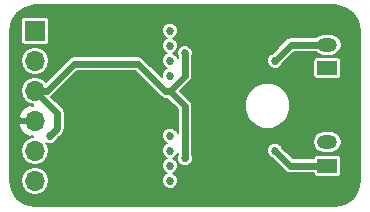
<source format=gbl>
%TF.GenerationSoftware,KiCad,Pcbnew,4.0.7*%
%TF.CreationDate,2018-05-06T15:52:37+02:00*%
%TF.ProjectId,MotorController,4D6F746F72436F6E74726F6C6C65722E,rev?*%
%TF.FileFunction,Copper,L2,Bot,Signal*%
%FSLAX46Y46*%
G04 Gerber Fmt 4.6, Leading zero omitted, Abs format (unit mm)*
G04 Created by KiCad (PCBNEW 4.0.7) date 05/06/18 15:52:37*
%MOMM*%
%LPD*%
G01*
G04 APERTURE LIST*
%ADD10C,0.100000*%
%ADD11R,1.700000X1.200000*%
%ADD12O,1.700000X1.200000*%
%ADD13R,1.700000X1.700000*%
%ADD14O,1.700000X1.700000*%
%ADD15C,0.685800*%
%ADD16C,0.600000*%
%ADD17C,0.150000*%
G04 APERTURE END LIST*
D10*
D11*
X27305000Y-13970000D03*
D12*
X27305000Y-11970000D03*
D11*
X27305000Y-5715000D03*
D12*
X27305000Y-3715000D03*
D13*
X2540000Y-2540000D03*
D14*
X2540000Y-5080000D03*
X2540000Y-7620000D03*
X2540000Y-10160000D03*
X2540000Y-12700000D03*
X2540000Y-15240000D03*
D15*
X13970000Y-15240000D03*
X13970000Y-12700000D03*
X13970000Y-6350000D03*
X13970000Y-3810000D03*
X13970000Y-13970000D03*
X13970000Y-11430000D03*
X13970000Y-5080000D03*
X13970000Y-2540000D03*
X15240000Y-4445000D03*
X15240000Y-13335000D03*
X3810000Y-11430000D03*
X9956800Y-16357600D03*
X15240000Y-1270000D03*
X9525000Y-1905000D03*
X22860000Y-5080000D03*
X22860000Y-12700000D03*
D16*
X13995400Y-7645400D02*
X13589000Y-7645400D01*
X3556000Y-7620000D02*
X2540000Y-7620000D01*
X5842000Y-5334000D02*
X3556000Y-7620000D01*
X11277600Y-5334000D02*
X5842000Y-5334000D01*
X13589000Y-7645400D02*
X11277600Y-5334000D01*
X13970000Y-7620000D02*
X13995400Y-7645400D01*
X13995400Y-7645400D02*
X15240000Y-8890000D01*
X13970000Y-7620000D02*
X15240000Y-6350000D01*
X15240000Y-6350000D02*
X15240000Y-4445000D01*
X15240000Y-8890000D02*
X15240000Y-13335000D01*
X4445000Y-9525000D02*
X2540000Y-7620000D01*
X4445000Y-10795000D02*
X4445000Y-9525000D01*
X3810000Y-11430000D02*
X4445000Y-10795000D01*
X13970000Y-1270000D02*
X15240000Y-1270000D01*
X10160000Y-1270000D02*
X13970000Y-1270000D01*
X9525000Y-1905000D02*
X10160000Y-1270000D01*
X27305000Y-3715000D02*
X24225000Y-3715000D01*
X24225000Y-3715000D02*
X22860000Y-5080000D01*
X24130000Y-13970000D02*
X27305000Y-13970000D01*
X22860000Y-12700000D02*
X24130000Y-13970000D01*
D17*
G36*
X28755943Y-570138D02*
X29447667Y-1032333D01*
X29909862Y-1724057D01*
X30080000Y-2579396D01*
X30080000Y-15200604D01*
X29909862Y-16055943D01*
X29447667Y-16747667D01*
X28755943Y-17209862D01*
X27900604Y-17380000D01*
X2579396Y-17380000D01*
X1724057Y-17209862D01*
X1032333Y-16747667D01*
X570138Y-16055943D01*
X407837Y-15240000D01*
X1337902Y-15240000D01*
X1427648Y-15691184D01*
X1683223Y-16073679D01*
X2065718Y-16329254D01*
X2516902Y-16419000D01*
X2563098Y-16419000D01*
X3014282Y-16329254D01*
X3396777Y-16073679D01*
X3652352Y-15691184D01*
X3742098Y-15240000D01*
X3652352Y-14788816D01*
X3396777Y-14406321D01*
X3014282Y-14150746D01*
X2563098Y-14061000D01*
X2516902Y-14061000D01*
X2065718Y-14150746D01*
X1683223Y-14406321D01*
X1427648Y-14788816D01*
X1337902Y-15240000D01*
X407837Y-15240000D01*
X400000Y-15200604D01*
X400000Y-9760789D01*
X1163730Y-9760789D01*
X1265256Y-9981000D01*
X2361000Y-9981000D01*
X2361000Y-9961000D01*
X2719000Y-9961000D01*
X2719000Y-9981000D01*
X2739000Y-9981000D01*
X2739000Y-10339000D01*
X2719000Y-10339000D01*
X2719000Y-10359000D01*
X2361000Y-10359000D01*
X2361000Y-10339000D01*
X1265256Y-10339000D01*
X1163730Y-10559211D01*
X1284534Y-10850894D01*
X1644494Y-11278749D01*
X2140787Y-11536285D01*
X2360998Y-11436042D01*
X2360998Y-11552011D01*
X2065718Y-11610746D01*
X1683223Y-11866321D01*
X1427648Y-12248816D01*
X1337902Y-12700000D01*
X1427648Y-13151184D01*
X1683223Y-13533679D01*
X2065718Y-13789254D01*
X2516902Y-13879000D01*
X2563098Y-13879000D01*
X3014282Y-13789254D01*
X3396777Y-13533679D01*
X3652352Y-13151184D01*
X3742098Y-12700000D01*
X3652352Y-12248816D01*
X3507393Y-12031869D01*
X3675765Y-12101783D01*
X3943063Y-12102016D01*
X4190103Y-11999941D01*
X4379277Y-11811098D01*
X4422475Y-11707065D01*
X4889770Y-11239770D01*
X5016639Y-11049897D01*
X5026120Y-11035708D01*
X5074000Y-10795000D01*
X5074000Y-9525000D01*
X5026120Y-9284292D01*
X4889770Y-9080230D01*
X3924963Y-8115423D01*
X4000770Y-8064770D01*
X6102540Y-5963000D01*
X11017060Y-5963000D01*
X13144230Y-8090170D01*
X13348292Y-8226520D01*
X13589000Y-8274400D01*
X13734860Y-8274400D01*
X14611000Y-9150540D01*
X14611000Y-11221873D01*
X14539941Y-11049897D01*
X14351098Y-10860723D01*
X14104235Y-10758217D01*
X13836937Y-10757984D01*
X13589897Y-10860059D01*
X13400723Y-11048902D01*
X13298217Y-11295765D01*
X13297984Y-11563063D01*
X13400059Y-11810103D01*
X13588902Y-11999277D01*
X13747266Y-12065035D01*
X13589897Y-12130059D01*
X13400723Y-12318902D01*
X13298217Y-12565765D01*
X13297984Y-12833063D01*
X13400059Y-13080103D01*
X13588902Y-13269277D01*
X13747266Y-13335035D01*
X13589897Y-13400059D01*
X13400723Y-13588902D01*
X13298217Y-13835765D01*
X13297984Y-14103063D01*
X13400059Y-14350103D01*
X13588902Y-14539277D01*
X13747266Y-14605035D01*
X13589897Y-14670059D01*
X13400723Y-14858902D01*
X13298217Y-15105765D01*
X13297984Y-15373063D01*
X13400059Y-15620103D01*
X13588902Y-15809277D01*
X13835765Y-15911783D01*
X14103063Y-15912016D01*
X14350103Y-15809941D01*
X14539277Y-15621098D01*
X14641783Y-15374235D01*
X14642016Y-15106937D01*
X14539941Y-14859897D01*
X14351098Y-14670723D01*
X14192734Y-14604965D01*
X14350103Y-14539941D01*
X14539277Y-14351098D01*
X14641783Y-14104235D01*
X14642016Y-13836937D01*
X14539941Y-13589897D01*
X14351098Y-13400723D01*
X14192734Y-13334965D01*
X14350103Y-13269941D01*
X14539277Y-13081098D01*
X14611000Y-12908369D01*
X14611000Y-13097732D01*
X14568217Y-13200765D01*
X14567984Y-13468063D01*
X14670059Y-13715103D01*
X14858902Y-13904277D01*
X15105765Y-14006783D01*
X15373063Y-14007016D01*
X15620103Y-13904941D01*
X15809277Y-13716098D01*
X15911783Y-13469235D01*
X15912016Y-13201937D01*
X15869000Y-13097830D01*
X15869000Y-12833063D01*
X22187984Y-12833063D01*
X22290059Y-13080103D01*
X22478902Y-13269277D01*
X22582935Y-13312475D01*
X23685230Y-14414770D01*
X23889292Y-14551120D01*
X24130000Y-14599000D01*
X26125012Y-14599000D01*
X26142496Y-14691920D01*
X26214550Y-14803896D01*
X26324493Y-14879017D01*
X26455000Y-14905445D01*
X28155000Y-14905445D01*
X28276920Y-14882504D01*
X28388896Y-14810450D01*
X28464017Y-14700507D01*
X28490445Y-14570000D01*
X28490445Y-13370000D01*
X28467504Y-13248080D01*
X28395450Y-13136104D01*
X28285507Y-13060983D01*
X28155000Y-13034555D01*
X26455000Y-13034555D01*
X26333080Y-13057496D01*
X26221104Y-13129550D01*
X26145983Y-13239493D01*
X26125428Y-13341000D01*
X24390540Y-13341000D01*
X23472544Y-12423004D01*
X23429941Y-12319897D01*
X23241098Y-12130723D01*
X22994235Y-12028217D01*
X22726937Y-12027984D01*
X22479897Y-12130059D01*
X22290723Y-12318902D01*
X22188217Y-12565765D01*
X22187984Y-12833063D01*
X15869000Y-12833063D01*
X15869000Y-11970000D01*
X26102902Y-11970000D01*
X26173618Y-12325513D01*
X26375000Y-12626902D01*
X26676389Y-12828284D01*
X27031902Y-12899000D01*
X27578098Y-12899000D01*
X27933611Y-12828284D01*
X28235000Y-12626902D01*
X28436382Y-12325513D01*
X28507098Y-11970000D01*
X28436382Y-11614487D01*
X28235000Y-11313098D01*
X27933611Y-11111716D01*
X27578098Y-11041000D01*
X27031902Y-11041000D01*
X26676389Y-11111716D01*
X26375000Y-11313098D01*
X26173618Y-11614487D01*
X26102902Y-11970000D01*
X15869000Y-11970000D01*
X15869000Y-9272018D01*
X20295666Y-9272018D01*
X20588720Y-9981263D01*
X21130883Y-10524373D01*
X21839615Y-10818664D01*
X22607018Y-10819334D01*
X23316263Y-10526280D01*
X23859373Y-9984117D01*
X24153664Y-9275385D01*
X24154334Y-8507982D01*
X23861280Y-7798737D01*
X23319117Y-7255627D01*
X22610385Y-6961336D01*
X21842982Y-6960666D01*
X21133737Y-7253720D01*
X20590627Y-7795883D01*
X20296336Y-8504615D01*
X20295666Y-9272018D01*
X15869000Y-9272018D01*
X15869000Y-8890000D01*
X15821120Y-8649292D01*
X15684770Y-8445230D01*
X14859540Y-7620000D01*
X15684770Y-6794770D01*
X15821120Y-6590708D01*
X15869000Y-6350000D01*
X15869000Y-5213063D01*
X22187984Y-5213063D01*
X22290059Y-5460103D01*
X22478902Y-5649277D01*
X22725765Y-5751783D01*
X22993063Y-5752016D01*
X23240103Y-5649941D01*
X23429277Y-5461098D01*
X23472475Y-5357065D01*
X23714540Y-5115000D01*
X26119555Y-5115000D01*
X26119555Y-6315000D01*
X26142496Y-6436920D01*
X26214550Y-6548896D01*
X26324493Y-6624017D01*
X26455000Y-6650445D01*
X28155000Y-6650445D01*
X28276920Y-6627504D01*
X28388896Y-6555450D01*
X28464017Y-6445507D01*
X28490445Y-6315000D01*
X28490445Y-5115000D01*
X28467504Y-4993080D01*
X28395450Y-4881104D01*
X28285507Y-4805983D01*
X28155000Y-4779555D01*
X26455000Y-4779555D01*
X26333080Y-4802496D01*
X26221104Y-4874550D01*
X26145983Y-4984493D01*
X26119555Y-5115000D01*
X23714540Y-5115000D01*
X24485541Y-4344000D01*
X26356356Y-4344000D01*
X26375000Y-4371902D01*
X26676389Y-4573284D01*
X27031902Y-4644000D01*
X27578098Y-4644000D01*
X27933611Y-4573284D01*
X28235000Y-4371902D01*
X28436382Y-4070513D01*
X28507098Y-3715000D01*
X28436382Y-3359487D01*
X28235000Y-3058098D01*
X27933611Y-2856716D01*
X27578098Y-2786000D01*
X27031902Y-2786000D01*
X26676389Y-2856716D01*
X26375000Y-3058098D01*
X26356356Y-3086000D01*
X24225000Y-3086000D01*
X23984292Y-3133880D01*
X23902557Y-3188494D01*
X23780230Y-3270229D01*
X22583004Y-4467456D01*
X22479897Y-4510059D01*
X22290723Y-4698902D01*
X22188217Y-4945765D01*
X22187984Y-5213063D01*
X15869000Y-5213063D01*
X15869000Y-4682268D01*
X15911783Y-4579235D01*
X15912016Y-4311937D01*
X15809941Y-4064897D01*
X15621098Y-3875723D01*
X15374235Y-3773217D01*
X15106937Y-3772984D01*
X14859897Y-3875059D01*
X14670723Y-4063902D01*
X14568217Y-4310765D01*
X14567984Y-4578063D01*
X14611000Y-4682170D01*
X14611000Y-4871873D01*
X14539941Y-4699897D01*
X14351098Y-4510723D01*
X14192734Y-4444965D01*
X14350103Y-4379941D01*
X14539277Y-4191098D01*
X14641783Y-3944235D01*
X14642016Y-3676937D01*
X14539941Y-3429897D01*
X14351098Y-3240723D01*
X14192734Y-3174965D01*
X14350103Y-3109941D01*
X14539277Y-2921098D01*
X14641783Y-2674235D01*
X14642016Y-2406937D01*
X14539941Y-2159897D01*
X14351098Y-1970723D01*
X14104235Y-1868217D01*
X13836937Y-1867984D01*
X13589897Y-1970059D01*
X13400723Y-2158902D01*
X13298217Y-2405765D01*
X13297984Y-2673063D01*
X13400059Y-2920103D01*
X13588902Y-3109277D01*
X13747266Y-3175035D01*
X13589897Y-3240059D01*
X13400723Y-3428902D01*
X13298217Y-3675765D01*
X13297984Y-3943063D01*
X13400059Y-4190103D01*
X13588902Y-4379277D01*
X13747266Y-4445035D01*
X13589897Y-4510059D01*
X13400723Y-4698902D01*
X13298217Y-4945765D01*
X13297984Y-5213063D01*
X13400059Y-5460103D01*
X13588902Y-5649277D01*
X13747266Y-5715035D01*
X13589897Y-5780059D01*
X13400723Y-5968902D01*
X13298217Y-6215765D01*
X13298000Y-6464860D01*
X11722370Y-4889230D01*
X11518308Y-4752880D01*
X11277600Y-4705000D01*
X5842000Y-4705000D01*
X5601292Y-4752880D01*
X5397230Y-4889230D01*
X3438178Y-6848282D01*
X3396777Y-6786321D01*
X3014282Y-6530746D01*
X2563098Y-6441000D01*
X2516902Y-6441000D01*
X2065718Y-6530746D01*
X1683223Y-6786321D01*
X1427648Y-7168816D01*
X1337902Y-7620000D01*
X1427648Y-8071184D01*
X1683223Y-8453679D01*
X2065718Y-8709254D01*
X2360998Y-8767989D01*
X2360998Y-8883958D01*
X2140787Y-8783715D01*
X1644494Y-9041251D01*
X1284534Y-9469106D01*
X1163730Y-9760789D01*
X400000Y-9760789D01*
X400000Y-5080000D01*
X1337902Y-5080000D01*
X1427648Y-5531184D01*
X1683223Y-5913679D01*
X2065718Y-6169254D01*
X2516902Y-6259000D01*
X2563098Y-6259000D01*
X3014282Y-6169254D01*
X3396777Y-5913679D01*
X3652352Y-5531184D01*
X3742098Y-5080000D01*
X3652352Y-4628816D01*
X3396777Y-4246321D01*
X3014282Y-3990746D01*
X2563098Y-3901000D01*
X2516902Y-3901000D01*
X2065718Y-3990746D01*
X1683223Y-4246321D01*
X1427648Y-4628816D01*
X1337902Y-5080000D01*
X400000Y-5080000D01*
X400000Y-2579396D01*
X570138Y-1724057D01*
X592894Y-1690000D01*
X1354555Y-1690000D01*
X1354555Y-3390000D01*
X1377496Y-3511920D01*
X1449550Y-3623896D01*
X1559493Y-3699017D01*
X1690000Y-3725445D01*
X3390000Y-3725445D01*
X3511920Y-3702504D01*
X3623896Y-3630450D01*
X3699017Y-3520507D01*
X3725445Y-3390000D01*
X3725445Y-1690000D01*
X3702504Y-1568080D01*
X3630450Y-1456104D01*
X3520507Y-1380983D01*
X3390000Y-1354555D01*
X1690000Y-1354555D01*
X1568080Y-1377496D01*
X1456104Y-1449550D01*
X1380983Y-1559493D01*
X1354555Y-1690000D01*
X592894Y-1690000D01*
X1032333Y-1032333D01*
X1724057Y-570138D01*
X2579396Y-400000D01*
X27900604Y-400000D01*
X28755943Y-570138D01*
X28755943Y-570138D01*
G37*
X28755943Y-570138D02*
X29447667Y-1032333D01*
X29909862Y-1724057D01*
X30080000Y-2579396D01*
X30080000Y-15200604D01*
X29909862Y-16055943D01*
X29447667Y-16747667D01*
X28755943Y-17209862D01*
X27900604Y-17380000D01*
X2579396Y-17380000D01*
X1724057Y-17209862D01*
X1032333Y-16747667D01*
X570138Y-16055943D01*
X407837Y-15240000D01*
X1337902Y-15240000D01*
X1427648Y-15691184D01*
X1683223Y-16073679D01*
X2065718Y-16329254D01*
X2516902Y-16419000D01*
X2563098Y-16419000D01*
X3014282Y-16329254D01*
X3396777Y-16073679D01*
X3652352Y-15691184D01*
X3742098Y-15240000D01*
X3652352Y-14788816D01*
X3396777Y-14406321D01*
X3014282Y-14150746D01*
X2563098Y-14061000D01*
X2516902Y-14061000D01*
X2065718Y-14150746D01*
X1683223Y-14406321D01*
X1427648Y-14788816D01*
X1337902Y-15240000D01*
X407837Y-15240000D01*
X400000Y-15200604D01*
X400000Y-9760789D01*
X1163730Y-9760789D01*
X1265256Y-9981000D01*
X2361000Y-9981000D01*
X2361000Y-9961000D01*
X2719000Y-9961000D01*
X2719000Y-9981000D01*
X2739000Y-9981000D01*
X2739000Y-10339000D01*
X2719000Y-10339000D01*
X2719000Y-10359000D01*
X2361000Y-10359000D01*
X2361000Y-10339000D01*
X1265256Y-10339000D01*
X1163730Y-10559211D01*
X1284534Y-10850894D01*
X1644494Y-11278749D01*
X2140787Y-11536285D01*
X2360998Y-11436042D01*
X2360998Y-11552011D01*
X2065718Y-11610746D01*
X1683223Y-11866321D01*
X1427648Y-12248816D01*
X1337902Y-12700000D01*
X1427648Y-13151184D01*
X1683223Y-13533679D01*
X2065718Y-13789254D01*
X2516902Y-13879000D01*
X2563098Y-13879000D01*
X3014282Y-13789254D01*
X3396777Y-13533679D01*
X3652352Y-13151184D01*
X3742098Y-12700000D01*
X3652352Y-12248816D01*
X3507393Y-12031869D01*
X3675765Y-12101783D01*
X3943063Y-12102016D01*
X4190103Y-11999941D01*
X4379277Y-11811098D01*
X4422475Y-11707065D01*
X4889770Y-11239770D01*
X5016639Y-11049897D01*
X5026120Y-11035708D01*
X5074000Y-10795000D01*
X5074000Y-9525000D01*
X5026120Y-9284292D01*
X4889770Y-9080230D01*
X3924963Y-8115423D01*
X4000770Y-8064770D01*
X6102540Y-5963000D01*
X11017060Y-5963000D01*
X13144230Y-8090170D01*
X13348292Y-8226520D01*
X13589000Y-8274400D01*
X13734860Y-8274400D01*
X14611000Y-9150540D01*
X14611000Y-11221873D01*
X14539941Y-11049897D01*
X14351098Y-10860723D01*
X14104235Y-10758217D01*
X13836937Y-10757984D01*
X13589897Y-10860059D01*
X13400723Y-11048902D01*
X13298217Y-11295765D01*
X13297984Y-11563063D01*
X13400059Y-11810103D01*
X13588902Y-11999277D01*
X13747266Y-12065035D01*
X13589897Y-12130059D01*
X13400723Y-12318902D01*
X13298217Y-12565765D01*
X13297984Y-12833063D01*
X13400059Y-13080103D01*
X13588902Y-13269277D01*
X13747266Y-13335035D01*
X13589897Y-13400059D01*
X13400723Y-13588902D01*
X13298217Y-13835765D01*
X13297984Y-14103063D01*
X13400059Y-14350103D01*
X13588902Y-14539277D01*
X13747266Y-14605035D01*
X13589897Y-14670059D01*
X13400723Y-14858902D01*
X13298217Y-15105765D01*
X13297984Y-15373063D01*
X13400059Y-15620103D01*
X13588902Y-15809277D01*
X13835765Y-15911783D01*
X14103063Y-15912016D01*
X14350103Y-15809941D01*
X14539277Y-15621098D01*
X14641783Y-15374235D01*
X14642016Y-15106937D01*
X14539941Y-14859897D01*
X14351098Y-14670723D01*
X14192734Y-14604965D01*
X14350103Y-14539941D01*
X14539277Y-14351098D01*
X14641783Y-14104235D01*
X14642016Y-13836937D01*
X14539941Y-13589897D01*
X14351098Y-13400723D01*
X14192734Y-13334965D01*
X14350103Y-13269941D01*
X14539277Y-13081098D01*
X14611000Y-12908369D01*
X14611000Y-13097732D01*
X14568217Y-13200765D01*
X14567984Y-13468063D01*
X14670059Y-13715103D01*
X14858902Y-13904277D01*
X15105765Y-14006783D01*
X15373063Y-14007016D01*
X15620103Y-13904941D01*
X15809277Y-13716098D01*
X15911783Y-13469235D01*
X15912016Y-13201937D01*
X15869000Y-13097830D01*
X15869000Y-12833063D01*
X22187984Y-12833063D01*
X22290059Y-13080103D01*
X22478902Y-13269277D01*
X22582935Y-13312475D01*
X23685230Y-14414770D01*
X23889292Y-14551120D01*
X24130000Y-14599000D01*
X26125012Y-14599000D01*
X26142496Y-14691920D01*
X26214550Y-14803896D01*
X26324493Y-14879017D01*
X26455000Y-14905445D01*
X28155000Y-14905445D01*
X28276920Y-14882504D01*
X28388896Y-14810450D01*
X28464017Y-14700507D01*
X28490445Y-14570000D01*
X28490445Y-13370000D01*
X28467504Y-13248080D01*
X28395450Y-13136104D01*
X28285507Y-13060983D01*
X28155000Y-13034555D01*
X26455000Y-13034555D01*
X26333080Y-13057496D01*
X26221104Y-13129550D01*
X26145983Y-13239493D01*
X26125428Y-13341000D01*
X24390540Y-13341000D01*
X23472544Y-12423004D01*
X23429941Y-12319897D01*
X23241098Y-12130723D01*
X22994235Y-12028217D01*
X22726937Y-12027984D01*
X22479897Y-12130059D01*
X22290723Y-12318902D01*
X22188217Y-12565765D01*
X22187984Y-12833063D01*
X15869000Y-12833063D01*
X15869000Y-11970000D01*
X26102902Y-11970000D01*
X26173618Y-12325513D01*
X26375000Y-12626902D01*
X26676389Y-12828284D01*
X27031902Y-12899000D01*
X27578098Y-12899000D01*
X27933611Y-12828284D01*
X28235000Y-12626902D01*
X28436382Y-12325513D01*
X28507098Y-11970000D01*
X28436382Y-11614487D01*
X28235000Y-11313098D01*
X27933611Y-11111716D01*
X27578098Y-11041000D01*
X27031902Y-11041000D01*
X26676389Y-11111716D01*
X26375000Y-11313098D01*
X26173618Y-11614487D01*
X26102902Y-11970000D01*
X15869000Y-11970000D01*
X15869000Y-9272018D01*
X20295666Y-9272018D01*
X20588720Y-9981263D01*
X21130883Y-10524373D01*
X21839615Y-10818664D01*
X22607018Y-10819334D01*
X23316263Y-10526280D01*
X23859373Y-9984117D01*
X24153664Y-9275385D01*
X24154334Y-8507982D01*
X23861280Y-7798737D01*
X23319117Y-7255627D01*
X22610385Y-6961336D01*
X21842982Y-6960666D01*
X21133737Y-7253720D01*
X20590627Y-7795883D01*
X20296336Y-8504615D01*
X20295666Y-9272018D01*
X15869000Y-9272018D01*
X15869000Y-8890000D01*
X15821120Y-8649292D01*
X15684770Y-8445230D01*
X14859540Y-7620000D01*
X15684770Y-6794770D01*
X15821120Y-6590708D01*
X15869000Y-6350000D01*
X15869000Y-5213063D01*
X22187984Y-5213063D01*
X22290059Y-5460103D01*
X22478902Y-5649277D01*
X22725765Y-5751783D01*
X22993063Y-5752016D01*
X23240103Y-5649941D01*
X23429277Y-5461098D01*
X23472475Y-5357065D01*
X23714540Y-5115000D01*
X26119555Y-5115000D01*
X26119555Y-6315000D01*
X26142496Y-6436920D01*
X26214550Y-6548896D01*
X26324493Y-6624017D01*
X26455000Y-6650445D01*
X28155000Y-6650445D01*
X28276920Y-6627504D01*
X28388896Y-6555450D01*
X28464017Y-6445507D01*
X28490445Y-6315000D01*
X28490445Y-5115000D01*
X28467504Y-4993080D01*
X28395450Y-4881104D01*
X28285507Y-4805983D01*
X28155000Y-4779555D01*
X26455000Y-4779555D01*
X26333080Y-4802496D01*
X26221104Y-4874550D01*
X26145983Y-4984493D01*
X26119555Y-5115000D01*
X23714540Y-5115000D01*
X24485541Y-4344000D01*
X26356356Y-4344000D01*
X26375000Y-4371902D01*
X26676389Y-4573284D01*
X27031902Y-4644000D01*
X27578098Y-4644000D01*
X27933611Y-4573284D01*
X28235000Y-4371902D01*
X28436382Y-4070513D01*
X28507098Y-3715000D01*
X28436382Y-3359487D01*
X28235000Y-3058098D01*
X27933611Y-2856716D01*
X27578098Y-2786000D01*
X27031902Y-2786000D01*
X26676389Y-2856716D01*
X26375000Y-3058098D01*
X26356356Y-3086000D01*
X24225000Y-3086000D01*
X23984292Y-3133880D01*
X23902557Y-3188494D01*
X23780230Y-3270229D01*
X22583004Y-4467456D01*
X22479897Y-4510059D01*
X22290723Y-4698902D01*
X22188217Y-4945765D01*
X22187984Y-5213063D01*
X15869000Y-5213063D01*
X15869000Y-4682268D01*
X15911783Y-4579235D01*
X15912016Y-4311937D01*
X15809941Y-4064897D01*
X15621098Y-3875723D01*
X15374235Y-3773217D01*
X15106937Y-3772984D01*
X14859897Y-3875059D01*
X14670723Y-4063902D01*
X14568217Y-4310765D01*
X14567984Y-4578063D01*
X14611000Y-4682170D01*
X14611000Y-4871873D01*
X14539941Y-4699897D01*
X14351098Y-4510723D01*
X14192734Y-4444965D01*
X14350103Y-4379941D01*
X14539277Y-4191098D01*
X14641783Y-3944235D01*
X14642016Y-3676937D01*
X14539941Y-3429897D01*
X14351098Y-3240723D01*
X14192734Y-3174965D01*
X14350103Y-3109941D01*
X14539277Y-2921098D01*
X14641783Y-2674235D01*
X14642016Y-2406937D01*
X14539941Y-2159897D01*
X14351098Y-1970723D01*
X14104235Y-1868217D01*
X13836937Y-1867984D01*
X13589897Y-1970059D01*
X13400723Y-2158902D01*
X13298217Y-2405765D01*
X13297984Y-2673063D01*
X13400059Y-2920103D01*
X13588902Y-3109277D01*
X13747266Y-3175035D01*
X13589897Y-3240059D01*
X13400723Y-3428902D01*
X13298217Y-3675765D01*
X13297984Y-3943063D01*
X13400059Y-4190103D01*
X13588902Y-4379277D01*
X13747266Y-4445035D01*
X13589897Y-4510059D01*
X13400723Y-4698902D01*
X13298217Y-4945765D01*
X13297984Y-5213063D01*
X13400059Y-5460103D01*
X13588902Y-5649277D01*
X13747266Y-5715035D01*
X13589897Y-5780059D01*
X13400723Y-5968902D01*
X13298217Y-6215765D01*
X13298000Y-6464860D01*
X11722370Y-4889230D01*
X11518308Y-4752880D01*
X11277600Y-4705000D01*
X5842000Y-4705000D01*
X5601292Y-4752880D01*
X5397230Y-4889230D01*
X3438178Y-6848282D01*
X3396777Y-6786321D01*
X3014282Y-6530746D01*
X2563098Y-6441000D01*
X2516902Y-6441000D01*
X2065718Y-6530746D01*
X1683223Y-6786321D01*
X1427648Y-7168816D01*
X1337902Y-7620000D01*
X1427648Y-8071184D01*
X1683223Y-8453679D01*
X2065718Y-8709254D01*
X2360998Y-8767989D01*
X2360998Y-8883958D01*
X2140787Y-8783715D01*
X1644494Y-9041251D01*
X1284534Y-9469106D01*
X1163730Y-9760789D01*
X400000Y-9760789D01*
X400000Y-5080000D01*
X1337902Y-5080000D01*
X1427648Y-5531184D01*
X1683223Y-5913679D01*
X2065718Y-6169254D01*
X2516902Y-6259000D01*
X2563098Y-6259000D01*
X3014282Y-6169254D01*
X3396777Y-5913679D01*
X3652352Y-5531184D01*
X3742098Y-5080000D01*
X3652352Y-4628816D01*
X3396777Y-4246321D01*
X3014282Y-3990746D01*
X2563098Y-3901000D01*
X2516902Y-3901000D01*
X2065718Y-3990746D01*
X1683223Y-4246321D01*
X1427648Y-4628816D01*
X1337902Y-5080000D01*
X400000Y-5080000D01*
X400000Y-2579396D01*
X570138Y-1724057D01*
X592894Y-1690000D01*
X1354555Y-1690000D01*
X1354555Y-3390000D01*
X1377496Y-3511920D01*
X1449550Y-3623896D01*
X1559493Y-3699017D01*
X1690000Y-3725445D01*
X3390000Y-3725445D01*
X3511920Y-3702504D01*
X3623896Y-3630450D01*
X3699017Y-3520507D01*
X3725445Y-3390000D01*
X3725445Y-1690000D01*
X3702504Y-1568080D01*
X3630450Y-1456104D01*
X3520507Y-1380983D01*
X3390000Y-1354555D01*
X1690000Y-1354555D01*
X1568080Y-1377496D01*
X1456104Y-1449550D01*
X1380983Y-1559493D01*
X1354555Y-1690000D01*
X592894Y-1690000D01*
X1032333Y-1032333D01*
X1724057Y-570138D01*
X2579396Y-400000D01*
X27900604Y-400000D01*
X28755943Y-570138D01*
M02*

</source>
